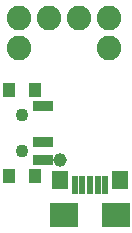
<source format=gts>
G75*
%MOIN*%
%OFA0B0*%
%FSLAX25Y25*%
%IPPOS*%
%LPD*%
%AMOC8*
5,1,8,0,0,1.08239X$1,22.5*
%
%ADD10R,0.06706X0.03556*%
%ADD11R,0.03950X0.04737*%
%ADD12C,0.04343*%
%ADD13R,0.09265X0.08280*%
%ADD14R,0.05524X0.05918*%
%ADD15R,0.02375X0.06115*%
%ADD16C,0.08200*%
%ADD17C,0.04562*%
D10*
X0015795Y0025606D03*
X0015795Y0031512D03*
X0015795Y0043323D03*
D11*
X0004575Y0020094D03*
X0013236Y0020094D03*
X0013236Y0048835D03*
X0004575Y0048835D03*
D12*
X0008906Y0040370D03*
X0008906Y0028559D03*
D13*
X0023000Y0007102D03*
X0040087Y0007102D03*
D14*
X0041386Y0018913D03*
X0021701Y0018913D03*
D15*
X0026425Y0017260D03*
X0028984Y0017260D03*
X0031543Y0017260D03*
X0034102Y0017260D03*
X0036661Y0017260D03*
D16*
X0037921Y0062850D03*
X0037921Y0072850D03*
X0027921Y0072850D03*
X0017921Y0072850D03*
X0007921Y0072850D03*
X0007921Y0062850D03*
D17*
X0021661Y0025606D03*
M02*

</source>
